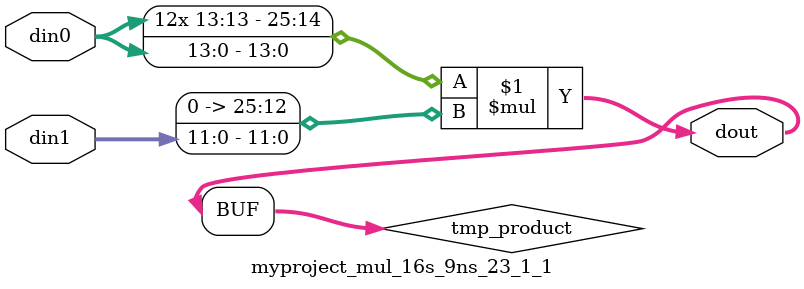
<source format=v>

`timescale 1 ns / 1 ps

  module myproject_mul_16s_9ns_23_1_1(din0, din1, dout);
parameter ID = 1;
parameter NUM_STAGE = 0;
parameter din0_WIDTH = 14;
parameter din1_WIDTH = 12;
parameter dout_WIDTH = 26;

input [din0_WIDTH - 1 : 0] din0; 
input [din1_WIDTH - 1 : 0] din1; 
output [dout_WIDTH - 1 : 0] dout;

wire signed [dout_WIDTH - 1 : 0] tmp_product;












assign tmp_product = $signed(din0) * $signed({1'b0, din1});









assign dout = tmp_product;







endmodule

</source>
